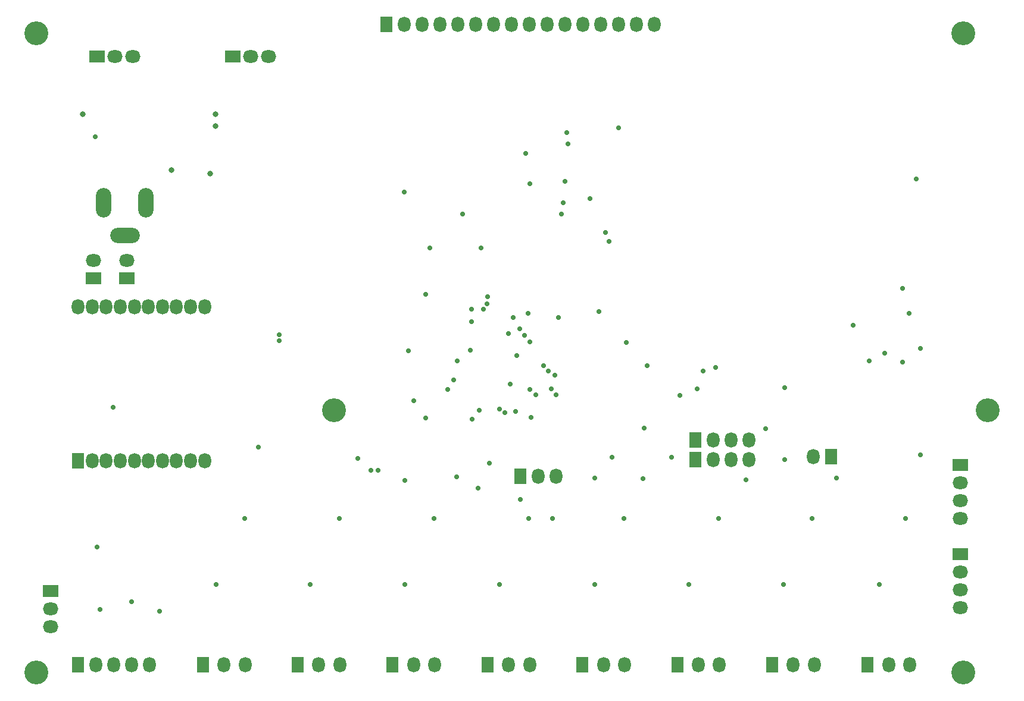
<source format=gbs>
G04*
G04 #@! TF.GenerationSoftware,Altium Limited,CircuitStudio,1.5.2 (1.5.2.30)*
G04*
G04 Layer_Color=16711935*
%FSLAX25Y25*%
%MOIN*%
G70*
G01*
G75*
%ADD78O,0.08661X0.07087*%
%ADD79R,0.08661X0.07087*%
%ADD80O,0.07087X0.08661*%
%ADD81R,0.07087X0.08661*%
%ADD82O,0.08661X0.16535*%
%ADD83O,0.16535X0.08661*%
%ADD84C,0.02756*%
%ADD85C,0.03150*%
%ADD86C,0.13386*%
D78*
X147559Y362992D02*
D03*
X137559D02*
D03*
X61575D02*
D03*
X71575D02*
D03*
X68504Y248583D02*
D03*
X49606D02*
D03*
X535039Y73937D02*
D03*
Y63937D02*
D03*
Y53937D02*
D03*
Y123937D02*
D03*
Y113937D02*
D03*
Y103937D02*
D03*
X25591Y43189D02*
D03*
Y53189D02*
D03*
D79*
X127559Y362992D02*
D03*
X51575D02*
D03*
X68504Y238583D02*
D03*
X49606D02*
D03*
X535039Y83937D02*
D03*
Y133937D02*
D03*
X25591Y63189D02*
D03*
D80*
X111929Y222778D02*
D03*
X104055D02*
D03*
X96181D02*
D03*
X88307D02*
D03*
X80433D02*
D03*
X72559D02*
D03*
X64685D02*
D03*
X56811D02*
D03*
X48937D02*
D03*
X41063D02*
D03*
X111929Y136163D02*
D03*
X104055D02*
D03*
X96181D02*
D03*
X88307D02*
D03*
X80433D02*
D03*
X72559D02*
D03*
X64685D02*
D03*
X56811D02*
D03*
X48937D02*
D03*
X81142Y22047D02*
D03*
X71142D02*
D03*
X61142D02*
D03*
X51142D02*
D03*
X441535Y22047D02*
D03*
X453346D02*
D03*
X494882D02*
D03*
X506693D02*
D03*
X335236D02*
D03*
X347047D02*
D03*
X388386D02*
D03*
X400197D02*
D03*
X228937D02*
D03*
X240748D02*
D03*
X282087D02*
D03*
X293898D02*
D03*
X175787D02*
D03*
X187598D02*
D03*
X122835D02*
D03*
X134646D02*
D03*
X452795Y138779D02*
D03*
X308583Y127559D02*
D03*
X298583D02*
D03*
X396614Y137008D02*
D03*
X406614D02*
D03*
X416614D02*
D03*
X396614Y147953D02*
D03*
X406614D02*
D03*
X416614D02*
D03*
X363779Y381102D02*
D03*
X353780D02*
D03*
X343779D02*
D03*
X333780D02*
D03*
X323780D02*
D03*
X313779D02*
D03*
X303780D02*
D03*
X293779D02*
D03*
X283780D02*
D03*
X273780D02*
D03*
X263779D02*
D03*
X253780D02*
D03*
X243779D02*
D03*
X233780D02*
D03*
X223780D02*
D03*
D81*
X41063Y136163D02*
D03*
X41142Y22047D02*
D03*
X429724Y22047D02*
D03*
X483071D02*
D03*
X323425D02*
D03*
X376575D02*
D03*
X217126D02*
D03*
X270276D02*
D03*
X163976D02*
D03*
X111024D02*
D03*
X462795Y138779D02*
D03*
X288583Y127559D02*
D03*
X386614Y137008D02*
D03*
Y147953D02*
D03*
X213779Y381102D02*
D03*
D82*
X79134Y281102D02*
D03*
X55512D02*
D03*
D83*
X67323Y262598D02*
D03*
D84*
X261417Y214173D02*
D03*
X284646Y216535D02*
D03*
X348031Y202756D02*
D03*
X294094Y203150D02*
D03*
X50787Y318110D02*
D03*
X327559Y283465D02*
D03*
X312598Y281102D02*
D03*
X294094Y291732D02*
D03*
X313779Y292913D02*
D03*
X506299Y219094D02*
D03*
X251378Y181693D02*
D03*
X492717Y196653D02*
D03*
X286811Y195472D02*
D03*
X142126Y144095D02*
D03*
X291142Y206693D02*
D03*
X310039Y216535D02*
D03*
X261417Y221260D02*
D03*
X267913D02*
D03*
X293110Y218898D02*
D03*
X153543Y207087D02*
D03*
X288386Y210433D02*
D03*
X281890Y207677D02*
D03*
X475000Y212205D02*
D03*
X229134Y170079D02*
D03*
X502756Y191535D02*
D03*
X261614Y159646D02*
D03*
X264961Y120866D02*
D03*
X223937Y125315D02*
D03*
X252953Y127362D02*
D03*
X330433Y126496D02*
D03*
X489685Y67047D02*
D03*
X436142D02*
D03*
X383189D02*
D03*
X330433D02*
D03*
X277087D02*
D03*
X223937D02*
D03*
X170984D02*
D03*
X118228D02*
D03*
X465551Y126575D02*
D03*
X415059Y125689D02*
D03*
X357283Y126378D02*
D03*
X209055Y131102D02*
D03*
X204921D02*
D03*
X269882Y224213D02*
D03*
X270276Y228346D02*
D03*
X336417Y264370D02*
D03*
X338386Y259449D02*
D03*
X253346Y192323D02*
D03*
X260827Y198228D02*
D03*
X502756Y233071D02*
D03*
X484055Y192323D02*
D03*
X504528Y103937D02*
D03*
X512598Y139567D02*
D03*
X510433Y294291D02*
D03*
X512598Y199409D02*
D03*
X134449Y103937D02*
D03*
X452165D02*
D03*
X399606D02*
D03*
X346850D02*
D03*
X293504D02*
D03*
X240354D02*
D03*
X187402D02*
D03*
X248031Y176378D02*
D03*
X311811Y274606D02*
D03*
X256299D02*
D03*
X71063Y57480D02*
D03*
X53347Y52953D02*
D03*
X153543Y203543D02*
D03*
X60630Y166339D02*
D03*
X235827Y160433D02*
D03*
X197638Y137795D02*
D03*
X86811Y51968D02*
D03*
X294783Y160531D02*
D03*
X286024Y163976D02*
D03*
X235827Y229528D02*
D03*
X266732Y255709D02*
D03*
X225984Y198031D02*
D03*
X315354Y313976D02*
D03*
X314764Y320276D02*
D03*
X358071Y154528D02*
D03*
X51575Y87992D02*
D03*
X265551Y164764D02*
D03*
X280118Y163386D02*
D03*
X294094Y176378D02*
D03*
X297441Y173228D02*
D03*
X301575Y189764D02*
D03*
X283071Y179331D02*
D03*
X238189Y255512D02*
D03*
X332677Y220079D02*
D03*
X304331Y186614D02*
D03*
X307874Y184252D02*
D03*
X305906Y176772D02*
D03*
X308661Y173228D02*
D03*
X359842Y189764D02*
D03*
X398031Y188583D02*
D03*
X390945Y186614D02*
D03*
X387795Y176772D02*
D03*
X377953Y172835D02*
D03*
X436614Y177165D02*
D03*
Y137008D02*
D03*
X425984Y154331D02*
D03*
X340158Y138189D02*
D03*
X373228D02*
D03*
X271260Y135039D02*
D03*
X306693Y103937D02*
D03*
X288583Y114567D02*
D03*
X223622Y287008D02*
D03*
X277165Y165354D02*
D03*
X291732Y308661D02*
D03*
X343701Y322835D02*
D03*
D85*
X118110Y324016D02*
D03*
X43701Y330709D02*
D03*
X118110D02*
D03*
X114961Y297224D02*
D03*
X93307Y299213D02*
D03*
D86*
X17717Y375984D02*
D03*
Y17717D02*
D03*
X536614D02*
D03*
Y375984D02*
D03*
X550394Y164567D02*
D03*
X184252D02*
D03*
M02*

</source>
